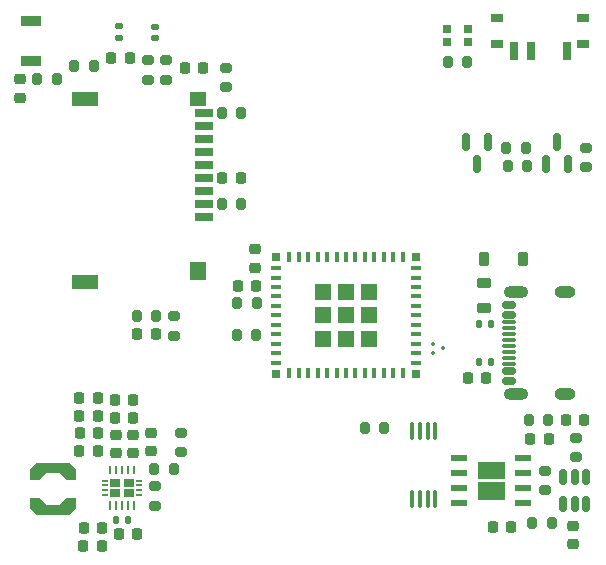
<source format=gbr>
%TF.GenerationSoftware,KiCad,Pcbnew,9.0.1*%
%TF.CreationDate,2025-09-05T18:40:03+02:00*%
%TF.ProjectId,cartouche v1,63617274-6f75-4636-9865-2076312e6b69,rev?*%
%TF.SameCoordinates,Original*%
%TF.FileFunction,Paste,Top*%
%TF.FilePolarity,Positive*%
%FSLAX46Y46*%
G04 Gerber Fmt 4.6, Leading zero omitted, Abs format (unit mm)*
G04 Created by KiCad (PCBNEW 9.0.1) date 2025-09-05 18:40:03*
%MOMM*%
%LPD*%
G01*
G04 APERTURE LIST*
G04 Aperture macros list*
%AMRoundRect*
0 Rectangle with rounded corners*
0 $1 Rounding radius*
0 $2 $3 $4 $5 $6 $7 $8 $9 X,Y pos of 4 corners*
0 Add a 4 corners polygon primitive as box body*
4,1,4,$2,$3,$4,$5,$6,$7,$8,$9,$2,$3,0*
0 Add four circle primitives for the rounded corners*
1,1,$1+$1,$2,$3*
1,1,$1+$1,$4,$5*
1,1,$1+$1,$6,$7*
1,1,$1+$1,$8,$9*
0 Add four rect primitives between the rounded corners*
20,1,$1+$1,$2,$3,$4,$5,0*
20,1,$1+$1,$4,$5,$6,$7,0*
20,1,$1+$1,$6,$7,$8,$9,0*
20,1,$1+$1,$8,$9,$2,$3,0*%
%AMFreePoly0*
4,1,11,1.015000,1.170000,0.435000,0.575000,0.435000,-0.575000,1.015000,-1.170000,1.015000,-1.945000,0.125000,-1.945000,-0.435000,-1.395000,-0.435000,1.395000,0.125000,1.945000,1.015000,1.945000,1.015000,1.170000,1.015000,1.170000,$1*%
%AMFreePoly1*
4,1,11,0.435000,1.395000,0.435000,-1.395000,-0.125000,-1.945000,-1.015000,-1.945000,-1.015000,-1.170000,-0.435000,-0.575000,-0.435000,0.575000,-1.015000,1.170000,-1.015000,1.945000,-0.125000,1.945000,0.435000,1.395000,0.435000,1.395000,$1*%
G04 Aperture macros list end*
%ADD10C,0.000000*%
%ADD11RoundRect,0.150000X0.425000X-0.150000X0.425000X0.150000X-0.425000X0.150000X-0.425000X-0.150000X0*%
%ADD12RoundRect,0.075000X0.500000X-0.075000X0.500000X0.075000X-0.500000X0.075000X-0.500000X-0.075000X0*%
%ADD13O,2.100000X1.000000*%
%ADD14O,1.800000X1.000000*%
%ADD15R,1.000000X0.800000*%
%ADD16R,0.700000X1.500000*%
%ADD17R,1.600000X0.700000*%
%ADD18R,2.200000X1.200000*%
%ADD19R,1.400000X1.600000*%
%ADD20R,1.400000X1.200000*%
%ADD21RoundRect,0.200000X0.200000X0.275000X-0.200000X0.275000X-0.200000X-0.275000X0.200000X-0.275000X0*%
%ADD22RoundRect,0.200000X-0.200000X-0.275000X0.200000X-0.275000X0.200000X0.275000X-0.200000X0.275000X0*%
%ADD23RoundRect,0.200000X-0.275000X0.200000X-0.275000X-0.200000X0.275000X-0.200000X0.275000X0.200000X0*%
%ADD24RoundRect,0.135000X0.135000X0.185000X-0.135000X0.185000X-0.135000X-0.185000X0.135000X-0.185000X0*%
%ADD25RoundRect,0.200000X0.275000X-0.200000X0.275000X0.200000X-0.275000X0.200000X-0.275000X-0.200000X0*%
%ADD26RoundRect,0.075000X-0.075000X0.075000X-0.075000X-0.075000X0.075000X-0.075000X0.075000X0.075000X0*%
%ADD27RoundRect,0.225000X0.225000X0.250000X-0.225000X0.250000X-0.225000X-0.250000X0.225000X-0.250000X0*%
%ADD28RoundRect,0.225000X-0.225000X-0.250000X0.225000X-0.250000X0.225000X0.250000X-0.225000X0.250000X0*%
%ADD29R,0.230000X0.230000*%
%ADD30O,0.230000X0.800000*%
%ADD31R,0.600000X0.230000*%
%ADD32R,0.900000X0.650000*%
%ADD33RoundRect,0.225000X-0.250000X0.225000X-0.250000X-0.225000X0.250000X-0.225000X0.250000X0.225000X0*%
%ADD34R,0.700000X0.700000*%
%ADD35RoundRect,0.225000X0.225000X0.375000X-0.225000X0.375000X-0.225000X-0.375000X0.225000X-0.375000X0*%
%ADD36FreePoly0,90.000000*%
%ADD37FreePoly1,90.000000*%
%ADD38RoundRect,0.150000X0.150000X-0.587500X0.150000X0.587500X-0.150000X0.587500X-0.150000X-0.587500X0*%
%ADD39R,1.700000X0.900000*%
%ADD40RoundRect,0.147500X0.172500X-0.147500X0.172500X0.147500X-0.172500X0.147500X-0.172500X-0.147500X0*%
%ADD41RoundRect,0.218750X0.381250X-0.218750X0.381250X0.218750X-0.381250X0.218750X-0.381250X-0.218750X0*%
%ADD42R,1.454899X0.558000*%
%ADD43RoundRect,0.135000X-0.135000X-0.185000X0.135000X-0.185000X0.135000X0.185000X-0.135000X0.185000X0*%
%ADD44RoundRect,0.225000X0.250000X-0.225000X0.250000X0.225000X-0.250000X0.225000X-0.250000X-0.225000X0*%
%ADD45RoundRect,0.150000X-0.150000X0.512500X-0.150000X-0.512500X0.150000X-0.512500X0.150000X0.512500X0*%
%ADD46RoundRect,0.150000X-0.150000X0.587500X-0.150000X-0.587500X0.150000X-0.587500X0.150000X0.587500X0*%
%ADD47R,0.812800X0.406400*%
%ADD48R,0.406400X0.812800*%
%ADD49R,1.447800X1.447800*%
%ADD50R,0.711200X0.711200*%
%ADD51RoundRect,0.100000X0.100000X-0.637500X0.100000X0.637500X-0.100000X0.637500X-0.100000X-0.637500X0*%
%ADD52RoundRect,0.218750X0.218750X0.256250X-0.218750X0.256250X-0.218750X-0.256250X0.218750X-0.256250X0*%
G04 APERTURE END LIST*
D10*
%TO.C,U_TC4056A1*%
G36*
X167557300Y-118600000D02*
G01*
X165242700Y-118600000D01*
X165242700Y-117098200D01*
X167557300Y-117098200D01*
X167557300Y-118600000D01*
G37*
G36*
X167557300Y-120301800D02*
G01*
X165242700Y-120301800D01*
X165242700Y-118800000D01*
X167557300Y-118800000D01*
X167557300Y-120301800D01*
G37*
%TD*%
D11*
%TO.C,USB-C*%
X167910000Y-110250000D03*
X167910000Y-109450000D03*
D12*
X167910000Y-108300000D03*
X167910000Y-107300000D03*
X167910000Y-106800000D03*
X167910000Y-105800000D03*
D11*
X167910000Y-104650000D03*
X167910000Y-103850000D03*
X167910000Y-103850000D03*
X167910000Y-104650000D03*
D12*
X167910000Y-105300000D03*
X167910000Y-106300000D03*
X167910000Y-107800000D03*
X167910000Y-108800000D03*
D11*
X167910000Y-109450000D03*
X167910000Y-110250000D03*
D13*
X168485000Y-111370000D03*
D14*
X172665000Y-111370000D03*
D13*
X168485000Y-102730000D03*
D14*
X172665000Y-102730000D03*
%TD*%
D15*
%TO.C,switch_ON/OFF*%
X174200000Y-81710000D03*
X174200000Y-79500000D03*
X166900000Y-81710000D03*
X166900000Y-79500000D03*
D16*
X172800000Y-82360000D03*
X169800000Y-82360000D03*
X168300000Y-82360000D03*
%TD*%
D17*
%TO.C,MicroSD*%
X142087500Y-96350000D03*
X142087500Y-95250000D03*
X142087500Y-94150000D03*
X142087500Y-93050000D03*
X142087500Y-91950000D03*
X142087500Y-90850000D03*
X142087500Y-89750000D03*
X142087500Y-88650000D03*
X142087500Y-87550000D03*
D18*
X131987500Y-101850000D03*
D19*
X141587500Y-100950000D03*
D18*
X131987500Y-86350000D03*
D20*
X141587500Y-86350000D03*
%TD*%
D21*
%TO.C,R4*%
X129625000Y-84700000D03*
X127975000Y-84700000D03*
%TD*%
D22*
%TO.C,R13*%
X137875000Y-117700000D03*
X139525000Y-117700000D03*
%TD*%
D23*
%TO.C,R24*%
X138850000Y-83125000D03*
X138850000Y-84775000D03*
%TD*%
D24*
%TO.C,R16*%
X166410000Y-108650000D03*
X165390000Y-108650000D03*
%TD*%
D25*
%TO.C,R21*%
X143900000Y-85400000D03*
X143900000Y-83750000D03*
%TD*%
D26*
%TO.C,U1*%
X161475000Y-107150000D03*
X161475000Y-107850000D03*
X162325000Y-107500000D03*
%TD*%
D27*
%TO.C,C4*%
X137975000Y-106300000D03*
X136425000Y-106300000D03*
%TD*%
D28*
%TO.C,C18*%
X164425000Y-110000000D03*
X165975000Y-110000000D03*
%TD*%
D29*
%TO.C,U_polux1*%
X134125000Y-121060000D03*
D30*
X134125000Y-120775000D03*
D29*
X134625000Y-121060000D03*
D30*
X134625000Y-120775000D03*
D29*
X135125000Y-121060000D03*
D30*
X135125000Y-120775000D03*
D29*
X135625000Y-121060000D03*
D30*
X135625000Y-120775000D03*
D29*
X136125000Y-121060000D03*
D30*
X136125000Y-120775000D03*
X136125000Y-117825000D03*
D29*
X136125000Y-117540000D03*
D30*
X135625000Y-117825000D03*
D29*
X135625000Y-117540000D03*
D30*
X135125000Y-117825000D03*
D29*
X135125000Y-117540000D03*
D30*
X134625000Y-117825000D03*
D29*
X134625000Y-117540000D03*
D30*
X134125000Y-117825000D03*
D29*
X134125000Y-117540000D03*
D31*
X133700000Y-119900000D03*
X136550000Y-119900000D03*
D32*
X134565000Y-119735000D03*
X135685000Y-119735000D03*
D31*
X133700000Y-119500000D03*
X136550000Y-119500000D03*
X133700000Y-119100000D03*
X136550000Y-119100000D03*
D32*
X134565000Y-118865000D03*
X135685000Y-118865000D03*
D31*
X133700000Y-118700000D03*
X136550000Y-118700000D03*
%TD*%
D28*
%TO.C,C12*%
X131525000Y-116200000D03*
X133075000Y-116200000D03*
%TD*%
D23*
%TO.C,R10*%
X174400000Y-90500000D03*
X174400000Y-92150000D03*
%TD*%
D33*
%TO.C,C11*%
X134600000Y-114825000D03*
X134600000Y-116375000D03*
%TD*%
D28*
%TO.C,C15*%
X131525000Y-113200000D03*
X133075000Y-113200000D03*
%TD*%
D34*
%TO.C,LED_RGB1*%
X164465000Y-81600000D03*
X164465000Y-80500000D03*
X162635000Y-80500000D03*
X162635000Y-81600000D03*
%TD*%
D35*
%TO.C,D1*%
X169100000Y-99900000D03*
X165800000Y-99900000D03*
%TD*%
D36*
%TO.C,U_coil_polux1*%
X129300000Y-121165000D03*
D37*
X129300000Y-117635000D03*
%TD*%
D38*
%TO.C,Q1*%
X171000000Y-91900000D03*
X172900000Y-91900000D03*
X171950000Y-90025000D03*
%TD*%
D23*
%TO.C,R14*%
X140100000Y-114650000D03*
X140100000Y-116300000D03*
%TD*%
D22*
%TO.C,R18*%
X143575000Y-95300000D03*
X145225000Y-95300000D03*
%TD*%
D39*
%TO.C,SW1*%
X127400000Y-79800000D03*
X127400000Y-83200000D03*
%TD*%
D23*
%TO.C,R6*%
X139500000Y-104775000D03*
X139500000Y-106425000D03*
%TD*%
D27*
%TO.C,C16*%
X136075000Y-113400000D03*
X134525000Y-113400000D03*
%TD*%
D40*
%TO.C,charge*%
X137950000Y-81235000D03*
X137950000Y-80265000D03*
%TD*%
D33*
%TO.C,C3*%
X126500000Y-84725000D03*
X126500000Y-86275000D03*
%TD*%
D21*
%TO.C,R19*%
X145225000Y-87600000D03*
X143575000Y-87600000D03*
%TD*%
D41*
%TO.C,L1*%
X165800000Y-104112500D03*
X165800000Y-101987500D03*
%TD*%
D21*
%TO.C,R3*%
X157325000Y-114200000D03*
X155675000Y-114200000D03*
%TD*%
D23*
%TO.C,R26*%
X137350000Y-83125000D03*
X137350000Y-84775000D03*
%TD*%
D22*
%TO.C,R11*%
X167775000Y-92100000D03*
X169425000Y-92100000D03*
%TD*%
%TO.C,R1*%
X144875000Y-103700000D03*
X146525000Y-103700000D03*
%TD*%
D33*
%TO.C,C10*%
X136100000Y-114825000D03*
X136100000Y-116375000D03*
%TD*%
D27*
%TO.C,C7*%
X136425000Y-123225000D03*
X134875000Y-123225000D03*
%TD*%
D23*
%TO.C,R23*%
X170978652Y-117870000D03*
X170978652Y-119520000D03*
%TD*%
D42*
%TO.C,U_TC4056A1*%
X169121348Y-120605000D03*
X169121348Y-119335000D03*
X169121348Y-118065000D03*
X169121348Y-116795000D03*
X163678652Y-116795000D03*
X163678652Y-118065000D03*
X163678652Y-119335000D03*
X163678652Y-120605000D03*
%TD*%
D43*
%TO.C,R15*%
X165390000Y-105450000D03*
X166410000Y-105450000D03*
%TD*%
D28*
%TO.C,C8*%
X131875000Y-122725000D03*
X133425000Y-122725000D03*
%TD*%
D33*
%TO.C,C1*%
X146400000Y-99125000D03*
X146400000Y-100675000D03*
%TD*%
D21*
%TO.C,R20*%
X146500000Y-106400000D03*
X144850000Y-106400000D03*
%TD*%
%TO.C,R5*%
X132725000Y-83550000D03*
X131075000Y-83550000D03*
%TD*%
D28*
%TO.C,C6*%
X131850000Y-124225000D03*
X133400000Y-124225000D03*
%TD*%
D44*
%TO.C,C22*%
X173300000Y-124075000D03*
X173300000Y-122525000D03*
%TD*%
D45*
%TO.C,U_DW01A1*%
X174400000Y-118362500D03*
X173450000Y-118362500D03*
X172500000Y-118362500D03*
X172500000Y-120637500D03*
X173450000Y-120637500D03*
X174400000Y-120637500D03*
%TD*%
D28*
%TO.C,C2*%
X144925000Y-102200000D03*
X146475000Y-102200000D03*
%TD*%
%TO.C,C13*%
X131525000Y-111700000D03*
X133075000Y-111700000D03*
%TD*%
D43*
%TO.C,R8*%
X134615000Y-122000000D03*
X135635000Y-122000000D03*
%TD*%
D22*
%TO.C,R7*%
X162725000Y-83250000D03*
X164375000Y-83250000D03*
%TD*%
D46*
%TO.C,Q2*%
X166150000Y-90000000D03*
X164250000Y-90000000D03*
X165200000Y-91875000D03*
%TD*%
D22*
%TO.C,R2*%
X136375000Y-104800000D03*
X138025000Y-104800000D03*
%TD*%
D23*
%TO.C,R12*%
X137900000Y-119175000D03*
X137900000Y-120825000D03*
%TD*%
D28*
%TO.C,C23*%
X166550000Y-122600000D03*
X168100000Y-122600000D03*
%TD*%
D47*
%TO.C,ESP32-C3*%
X148200002Y-100700000D03*
X148200002Y-101500001D03*
X148200002Y-102300000D03*
X148200002Y-103100001D03*
X148200002Y-103899999D03*
X148200002Y-104700000D03*
X148200002Y-105500001D03*
X148200002Y-106299999D03*
X148200002Y-107100000D03*
X148200002Y-107899999D03*
X148200002Y-108700000D03*
D48*
X149299999Y-109600000D03*
X150100000Y-109600000D03*
X150900001Y-109600000D03*
X151700000Y-109600000D03*
X152500001Y-109600000D03*
X153299999Y-109600000D03*
X154100000Y-109600000D03*
X154900001Y-109600000D03*
X155699999Y-109600000D03*
X156500000Y-109600000D03*
X157299999Y-109600000D03*
X158100000Y-109600000D03*
X158899998Y-109600000D03*
D47*
X159999998Y-108700000D03*
X159999998Y-107899999D03*
X159999998Y-107100000D03*
X159999998Y-106299999D03*
X159999998Y-105500001D03*
X159999998Y-104700000D03*
X159999998Y-103899999D03*
X159999998Y-103100001D03*
X159999998Y-102300000D03*
X159999998Y-101500001D03*
X159999998Y-100700000D03*
D48*
X158900001Y-99800000D03*
X158100000Y-99800000D03*
X157299999Y-99800000D03*
X156500000Y-99800000D03*
X155699999Y-99800000D03*
X154900001Y-99800000D03*
X154100000Y-99800000D03*
X153299999Y-99800000D03*
X152500001Y-99800000D03*
X151700000Y-99800000D03*
X150900001Y-99800000D03*
X150100000Y-99800000D03*
X149300002Y-99800000D03*
D49*
X152125000Y-102725000D03*
X152125000Y-104700000D03*
X152125000Y-106675000D03*
X154100000Y-102725000D03*
X154100000Y-104700000D03*
X154100000Y-106675000D03*
X156075000Y-102725000D03*
X156075000Y-104700000D03*
X156075000Y-106675000D03*
D50*
X160050000Y-99750000D03*
X160050000Y-109650000D03*
X148150000Y-109650000D03*
X148150000Y-99750000D03*
%TD*%
D27*
%TO.C,C5*%
X135775000Y-82900000D03*
X134225000Y-82900000D03*
%TD*%
D51*
%TO.C,Q3*%
X159703652Y-120262500D03*
X160353652Y-120262500D03*
X161003652Y-120262500D03*
X161653652Y-120262500D03*
X161653652Y-114537500D03*
X161003652Y-114537500D03*
X160353652Y-114537500D03*
X159703652Y-114537500D03*
%TD*%
D25*
%TO.C,R22*%
X173578652Y-116720000D03*
X173578652Y-115070000D03*
%TD*%
D28*
%TO.C,C19*%
X143625000Y-93100000D03*
X145175000Y-93100000D03*
%TD*%
D22*
%TO.C,R25*%
X169850000Y-122300000D03*
X171500000Y-122300000D03*
%TD*%
%TO.C,R9*%
X167675000Y-90500000D03*
X169325000Y-90500000D03*
%TD*%
%TO.C,R17*%
X169550000Y-113600000D03*
X171200000Y-113600000D03*
%TD*%
D27*
%TO.C,C14*%
X136075000Y-111900000D03*
X134525000Y-111900000D03*
%TD*%
D28*
%TO.C,C17*%
X131550000Y-114700000D03*
X133100000Y-114700000D03*
%TD*%
%TO.C,C20*%
X140425000Y-83800000D03*
X141975000Y-83800000D03*
%TD*%
D44*
%TO.C,C9*%
X137600000Y-116200000D03*
X137600000Y-114650000D03*
%TD*%
D28*
%TO.C,C21*%
X169703652Y-115195000D03*
X171253652Y-115195000D03*
%TD*%
D40*
%TO.C,charged*%
X134900000Y-81185000D03*
X134900000Y-80215000D03*
%TD*%
D52*
%TO.C,LED1*%
X174287500Y-113600000D03*
X172712500Y-113600000D03*
%TD*%
M02*

</source>
